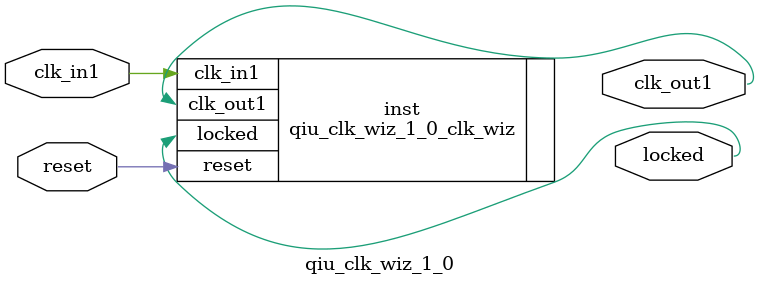
<source format=v>


`timescale 1ps/1ps

(* CORE_GENERATION_INFO = "qiu_clk_wiz_1_0,clk_wiz_v6_0_11_0_0,{component_name=qiu_clk_wiz_1_0,use_phase_alignment=true,use_min_o_jitter=false,use_max_i_jitter=false,use_dyn_phase_shift=false,use_inclk_switchover=false,use_dyn_reconfig=false,enable_axi=0,feedback_source=FDBK_AUTO,PRIMITIVE=MMCM,num_out_clk=1,clkin1_period=10.000,clkin2_period=10.000,use_power_down=false,use_reset=true,use_locked=true,use_inclk_stopped=false,feedback_type=SINGLE,CLOCK_MGR_TYPE=NA,manual_override=false}" *)

module qiu_clk_wiz_1_0 
 (
  // Clock out ports
  output        clk_out1,
  // Status and control signals
  input         reset,
  output        locked,
 // Clock in ports
  input         clk_in1
 );

  qiu_clk_wiz_1_0_clk_wiz inst
  (
  // Clock out ports  
  .clk_out1(clk_out1),
  // Status and control signals               
  .reset(reset), 
  .locked(locked),
 // Clock in ports
  .clk_in1(clk_in1)
  );

endmodule

</source>
